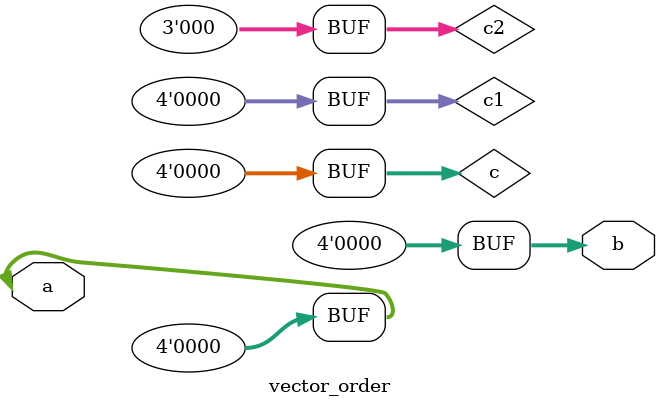
<source format=v>
module vector_order(a,b);
   input [3:0]a;
   output [3:0]b;
   wire [3:0]c;
   wire [3:0]c1;
   wire [2:0]c2;
  assign c[3] = a[3];
  assign c[2] = a[2];
  assign c[1] = a[1];
  assign c[0] = a[0];
  assign c1[3] = a[3];
  assign c1[2] = a[2];
  assign c1[1] = a[1];
  assign c1[0] = a[0];
  assign c2[2] = a[3];
  assign c2[1] = a[2];
  assign c2[0] = a[1];
  assign b[1] = 1'b0;
  assign b[0] = 1'b0;
  assign b[2] = 1'b0;
  assign b[3] = c2[2];
  assign c[0] = c2[1];
  assign c[1] = 1'b0;
  assign c1[0] = 1'b0;
  assign c1[1] = 1'b0;
  assign c1[3] = a[3];
  assign c1[2] = a[2];
  assign c2[2] = a[0];
  assign c2[1] = a[1];
  assign c2[0] = c[3];
endmodule


</source>
